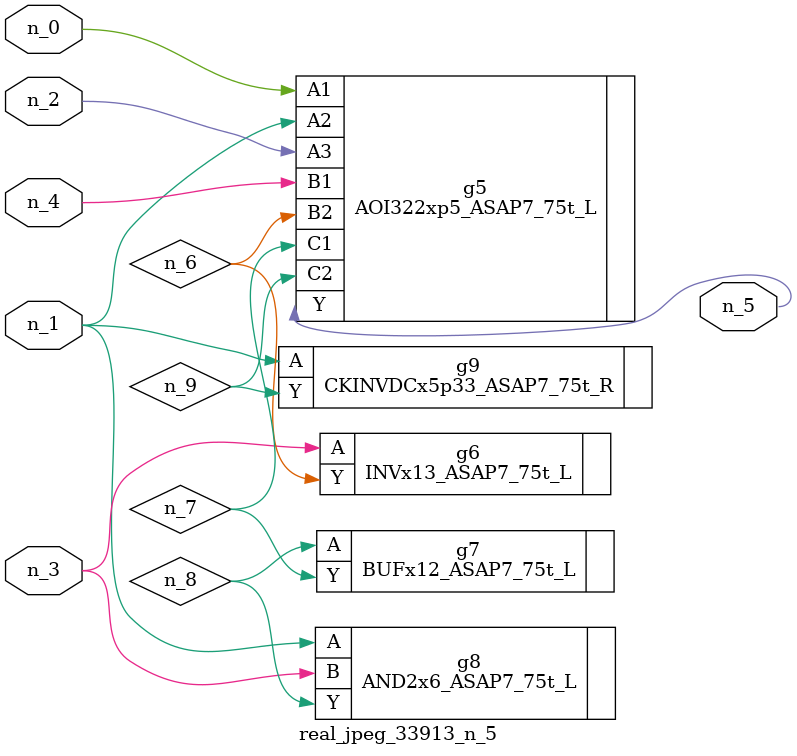
<source format=v>
module real_jpeg_33913_n_5 (n_4, n_0, n_1, n_2, n_3, n_5);

input n_4;
input n_0;
input n_1;
input n_2;
input n_3;

output n_5;

wire n_8;
wire n_6;
wire n_7;
wire n_9;

AOI322xp5_ASAP7_75t_L g5 ( 
.A1(n_0),
.A2(n_1),
.A3(n_2),
.B1(n_4),
.B2(n_6),
.C1(n_7),
.C2(n_9),
.Y(n_5)
);

AND2x6_ASAP7_75t_L g8 ( 
.A(n_1),
.B(n_3),
.Y(n_8)
);

CKINVDCx5p33_ASAP7_75t_R g9 ( 
.A(n_1),
.Y(n_9)
);

INVx13_ASAP7_75t_L g6 ( 
.A(n_3),
.Y(n_6)
);

BUFx12_ASAP7_75t_L g7 ( 
.A(n_8),
.Y(n_7)
);


endmodule
</source>
